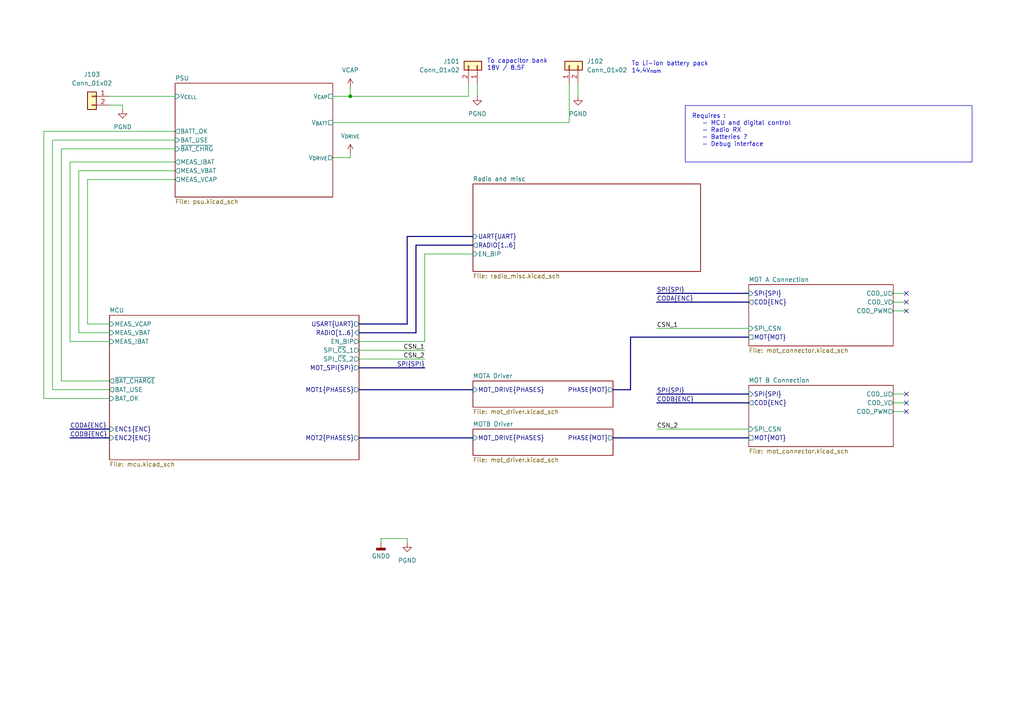
<source format=kicad_sch>
(kicad_sch (version 20240417) (generator "eeschema") (generator_version "8.99")
  (paper "A4")
  (title_block (date "2023-04-05") (rev "0.1") (company "Julien FAUCHER") (comment 1 "Defis solaires 2024"))
  (lib_symbols
    (symbol "Connector_Generic:Conn_01x02" (pin_names (offset 1.016) hide)
      (symbol "Conn_01x02_1_1"
        (rectangle (start -1.27 1.27) (end 1.27 -3.81) (stroke (width 0.254)) (fill (type background)))
        (rectangle (start -1.27 0.127) (end 0 -0.127) (stroke (width 0.1524)))
        (rectangle (start -1.27 -2.413) (end 0 -2.667) (stroke (width 0.1524)))
        (pin passive line (at -5.08 0 0) (length 3.81) (name "Pin_1") (number "1"))
        (pin passive line (at -5.08 -2.54 0) (length 3.81) (name "Pin_2") (number "2"))
      )
    )
    (symbol "GND_1" (power) (pin_numbers hide) (pin_names (offset 0) hide)
      (property "Value" "GND" (at 0 -3.81 0))
      (symbol "GND_1_0_1"
        (polyline (pts (xy 0 0) (xy 0 -1.27) (xy 1.27 -1.27) (xy 0 -2.54) (xy -1.27 -1.27) (xy 0 -1.27)))
      )
      (symbol "GND_1_1_1"
        (pin power_in line (at 0 0 270) (length 0) (name "~") (number "1"))
      )
    )
    (symbol "power:+12V" (power) (pin_names (offset 0))
      (symbol "+12V_0_1"
        (polyline (pts (xy -0.762 1.27) (xy 0 2.54)))
        (polyline (pts (xy 0 2.54) (xy 0.762 1.27)))
        (polyline (pts (xy 0 0) (xy 0 2.54)))
      )
      (symbol "+12V_1_1"
        (pin power_in line (at 0 0 90) (length 0) hide (name "+12V") (number "1"))
      )
    )
    (symbol "power:GND" (power) (pin_names (offset 0))
      (symbol "GND_0_1"
        (polyline (pts (xy 0 0) (xy 0 -1.27) (xy 1.27 -1.27) (xy 0 -2.54) (xy -1.27 -1.27) (xy 0 -1.27)))
      )
      (symbol "GND_1_1"
        (pin power_in line (at 0 0 270) (length 0) hide (name "GND") (number "1"))
      )
    )
    (symbol "power:GNDD" (power) (pin_numbers hide) (pin_names (offset 0) hide)
      (property "Value" "GNDD" (at 0 -3.175 0))
      (symbol "GNDD_0_1"
        (rectangle (start -1.27 -1.524) (end 1.27 -2.032) (stroke (width 0.254)) (fill (type outline)))
        (polyline (pts (xy 0 0) (xy 0 -1.524)))
      )
      (symbol "GNDD_1_1"
        (pin power_in line (at 0 0 270) (length 0) (name "~") (number "1"))
      )
    )
    (symbol "power:VCC" (power) (pin_names (offset 0))
      (symbol "VCC_0_1"
        (polyline (pts (xy -0.762 1.27) (xy 0 2.54)))
        (polyline (pts (xy 0 2.54) (xy 0.762 1.27)))
        (polyline (pts (xy 0 0) (xy 0 2.54)))
      )
      (symbol "VCC_1_1"
        (pin power_in line (at 0 0 90) (length 0) hide (name "VCC") (number "1"))
      )
    )
  )
  (rectangle (start 198.755 30.607) (end 281.94 46.99))
  (text "Requires :\n   - MCU and digital control\n   - Radio RX\n   - Batteries ?\n   - Debug interface" (at 200.66 33.02 0) (effects (font (size 1.27 1.27)) (justify left top)))
  (text "To Li-ion battery pack\n14.4V_{nom}" (at 183.134 21.336 0) (effects (font (size 1.27 1.27)) (justify left bottom)))
  (text "To capacitor bank\n18V / 8.5F" (at 141.224 20.574 0) (effects (font (size 1.27 1.27)) (justify left bottom)))
  (junction (at 101.6 27.94))
  (no_connect (at 262.89 114.3))
  (no_connect (at 262.89 90.17))
  (no_connect (at 262.89 85.09))
  (no_connect (at 262.89 116.84))
  (no_connect (at 262.89 87.63))
  (no_connect (at 262.89 119.38))
  (wire (pts (xy 110.49 156.21) (xy 110.49 157.48)))
  (wire (pts (xy 104.14 101.6) (xy 123.19 101.6)))
  (wire (pts (xy 17.78 110.49) (xy 17.78 43.18)))
  (wire (pts (xy 165.1 24.13) (xy 165.1 35.56)))
  (wire (pts (xy 25.4 93.98) (xy 25.4 52.07)))
  (bus (pts (xy 190.5 116.84) (xy 217.17 116.84)))
  (wire (pts (xy 101.6 45.72) (xy 101.6 44.45)))
  (bus (pts (xy 104.14 127) (xy 137.16 127)))
  (bus (pts (xy 120.65 71.12) (xy 137.16 71.12)))
  (wire (pts (xy 118.11 157.48) (xy 118.11 156.21)))
  (wire (pts (xy 259.08 119.38) (xy 262.89 119.38)))
  (bus (pts (xy 20.32 127) (xy 31.75 127)))
  (wire (pts (xy 123.19 73.66) (xy 123.19 99.06)))
  (bus (pts (xy 190.5 85.09) (xy 217.17 85.09)))
  (bus (pts (xy 104.14 106.68) (xy 123.19 106.68)))
  (wire (pts (xy 118.11 156.21) (xy 110.49 156.21)))
  (wire (pts (xy 50.8 38.1) (xy 12.7 38.1)))
  (wire (pts (xy 17.78 43.18) (xy 50.8 43.18)))
  (wire (pts (xy 96.52 27.94) (xy 101.6 27.94)))
  (wire (pts (xy 15.24 40.64) (xy 15.24 113.03)))
  (wire (pts (xy 190.5 124.46) (xy 217.17 124.46)))
  (wire (pts (xy 20.32 46.99) (xy 20.32 99.06)))
  (bus (pts (xy 104.14 96.52) (xy 120.65 96.52)))
  (wire (pts (xy 259.08 90.17) (xy 262.89 90.17)))
  (bus (pts (xy 20.32 124.46) (xy 31.75 124.46)))
  (wire (pts (xy 101.6 25.4) (xy 101.6 27.94)))
  (wire (pts (xy 137.16 73.66) (xy 123.19 73.66)))
  (wire (pts (xy 12.7 115.57) (xy 31.75 115.57)))
  (wire (pts (xy 50.8 46.99) (xy 20.32 46.99)))
  (wire (pts (xy 104.14 104.14) (xy 123.19 104.14)))
  (bus (pts (xy 118.11 68.58) (xy 137.16 68.58)))
  (wire (pts (xy 22.86 49.53) (xy 22.86 96.52)))
  (wire (pts (xy 123.19 99.06) (xy 104.14 99.06)))
  (wire (pts (xy 259.08 85.09) (xy 262.89 85.09)))
  (bus (pts (xy 120.65 96.52) (xy 120.65 71.12)))
  (bus (pts (xy 190.5 114.3) (xy 217.17 114.3)))
  (wire (pts (xy 190.5 95.25) (xy 217.17 95.25)))
  (bus (pts (xy 182.88 97.79) (xy 217.17 97.79)))
  (wire (pts (xy 96.52 45.72) (xy 101.6 45.72)))
  (bus (pts (xy 118.11 93.98) (xy 118.11 68.58)))
  (wire (pts (xy 50.8 40.64) (xy 15.24 40.64)))
  (bus (pts (xy 104.14 113.03) (xy 137.16 113.03)))
  (wire (pts (xy 50.8 49.53) (xy 22.86 49.53)))
  (wire (pts (xy 96.52 35.56) (xy 165.1 35.56)))
  (wire (pts (xy 15.24 113.03) (xy 31.75 113.03)))
  (wire (pts (xy 31.75 93.98) (xy 25.4 93.98)))
  (wire (pts (xy 20.32 99.06) (xy 31.75 99.06)))
  (bus (pts (xy 190.5 87.63) (xy 217.17 87.63)))
  (wire (pts (xy 35.56 30.48) (xy 31.75 30.48)))
  (wire (pts (xy 259.08 116.84) (xy 262.89 116.84)))
  (wire (pts (xy 31.75 27.94) (xy 50.8 27.94)))
  (wire (pts (xy 12.7 38.1) (xy 12.7 115.57)))
  (wire (pts (xy 31.75 110.49) (xy 17.78 110.49)))
  (bus (pts (xy 104.14 93.98) (xy 118.11 93.98)))
  (wire (pts (xy 259.08 114.3) (xy 262.89 114.3)))
  (wire (pts (xy 138.43 24.13) (xy 138.43 27.94)))
  (bus (pts (xy 177.8 113.03) (xy 182.88 113.03)))
  (wire (pts (xy 35.56 31.75) (xy 35.56 30.48)))
  (wire (pts (xy 135.89 27.94) (xy 135.89 24.13)))
  (wire (pts (xy 101.6 27.94) (xy 135.89 27.94)))
  (wire (pts (xy 259.08 87.63) (xy 262.89 87.63)))
  (bus (pts (xy 182.88 113.03) (xy 182.88 97.79)))
  (bus (pts (xy 177.8 127) (xy 217.17 127)))
  (wire (pts (xy 22.86 96.52) (xy 31.75 96.52)))
  (wire (pts (xy 167.64 24.13) (xy 167.64 27.94)))
  (wire (pts (xy 25.4 52.07) (xy 50.8 52.07)))
  (label "CODB{ENC}" (at 190.5 116.84 0))
  (label "SPI{SPI}" (at 190.5 85.09 0))
  (label "CODB{ENC}" (at 20.32 127 0))
  (label "CODA{ENC}" (at 190.5 87.63 0))
  (label "SPI{SPI}" (at 190.5 114.3 0))
  (label "CSN_1" (at 190.5 95.25 0))
  (label "SPI{SPI}" (at 123.19 106.68 180))
  (label "CSN_2" (at 123.19 104.14 180))
  (label "CSN_1" (at 123.19 101.6 180))
  (label "CODA{ENC}" (at 20.32 124.46 0))
  (label "CSN_2" (at 190.5 124.46 0))
  (symbol (lib_id "power:GND") (at 167.64 27.94 0) (unit 1)
    (property "Reference" "#PWR0103" (effects (hide yes)))
    (property "Value" "PGND" (at 167.64 33.02 0))
    (property "Description" "Power symbol creates a global label with name \"GND\" , ground" (effects (hide yes)))
  )
  (symbol (lib_id "power:GND") (at 138.43 27.94 0) (unit 1)
    (property "Reference" "#PWR0102" (effects (hide yes)))
    (property "Value" "PGND" (at 138.43 33.02 0))
    (property "Description" "Power symbol creates a global label with name \"GND\" , ground" (effects (hide yes)))
  )
  (symbol (lib_id "power:VCC") (at 101.6 25.4 0) (unit 1)
    (property "Reference" "#PWR0101" (effects (hide yes)))
    (property "Value" "VCAP" (at 101.6 20.32 0))
    (property "Description" "Power symbol creates a global label with name \"VCC\"" (effects (hide yes)))
  )
  (symbol (lib_name "GND_1") (lib_id "power:GND") (at 118.11 157.48 0) (unit 1)
    (property "Reference" "#PWR0107" (effects (hide yes)))
    (property "Value" "PGND" (at 118.11 162.56 0))
    (property "Description" "Power symbol creates a global label with name \"GND\" , ground" (effects (hide yes)))
  )
  (symbol (lib_id "Connector_Generic:Conn_01x02") (at 26.67 27.94 0) (mirror y) (unit 1)
    (property "Reference" "J103" (at 26.67 21.59 0))
    (property "Value" "Conn_01x02" (at 26.67 24.13 0))
    (property "Footprint" "TerminalBlock_WAGO:TerminalBlock_WAGO_236-402_1x02_P5.00mm_45Degree" (effects (hide yes)))
    (property "Description" "Generic connector, single row, 01x02, script generated (kicad-library-utils/schlib/autogen/connector/)" (effects (hide yes)))
  )
  (symbol (lib_id "Connector_Generic:Conn_01x02") (at 138.43 19.05 270) (mirror x) (unit 1)
    (property "Reference" "J101" (at 133.35 17.7799 90) (effects (justify right)))
    (property "Value" "Conn_01x02" (at 133.35 20.3199 90) (effects (justify right)))
    (property "Footprint" "TerminalBlock_WAGO:TerminalBlock_WAGO_236-402_1x02_P5.00mm_45Degree" (effects (hide yes)))
    (property "Description" "Generic connector, single row, 01x02, script generated (kicad-library-utils/schlib/autogen/connector/)" (effects (hide yes)))
  )
  (symbol (lib_id "power:GNDD") (at 110.49 157.48 0) (unit 1)
    (property "Reference" "#PWR0106" (effects (hide yes)))
    (property "Value" "GNDD" (at 110.49 161.29 0))
    (property "Description" "Power symbol creates a global label with name \"GNDD\" , digital ground" (effects (hide yes)))
  )
  (symbol (lib_id "Connector_Generic:Conn_01x02") (at 165.1 19.05 90) (unit 1)
    (property "Reference" "J102" (at 170.18 17.7799 90) (effects (justify right)))
    (property "Value" "Conn_01x02" (at 170.18 20.3199 90) (effects (justify right)))
    (property "Footprint" "TerminalBlock_WAGO:TerminalBlock_WAGO_236-402_1x02_P5.00mm_45Degree" (effects (hide yes)))
    (property "Description" "Generic connector, single row, 01x02, script generated (kicad-library-utils/schlib/autogen/connector/)" (effects (hide yes)))
  )
  (symbol (lib_id "power:+12V") (at 101.6 44.45 0) (mirror y) (unit 1) (exclude_from_sim yes) (in_bom no) (on_board no)
    (property "Reference" "#PWR0105" (effects (hide yes)))
    (property "Value" "V_{DRIVE}" (at 101.6 39.37 0))
    (property "Description" "Power symbol creates a global label with name \"+12V\"" (effects (hide yes)))
  )
  (symbol (lib_id "power:GND") (at 35.56 31.75 0) (unit 1)
    (property "Reference" "#PWR0104" (effects (hide yes)))
    (property "Value" "PGND" (at 35.56 36.83 0))
    (property "Description" "Power symbol creates a global label with name \"GND\" , ground" (effects (hide yes)))
  )
  (sheet (at 137.16 53.34) (size 66.04 25.4) (stroke (width 0.1524))
    (property "Sheetname" "Radio and misc" (at 137.16 52.6284 0) (effects (justify left bottom)))
    (property "Sheetfile" "radio_misc.kicad_sch" (at 137.16 79.3246 0) (effects (justify left top)))
    (pin "RADIO[1..6]" output (at 137.16 71.12 180))
    (pin "UART{UART}" input (at 137.16 68.58 180))
    (pin "EN_BIP" input (at 137.16 73.66 180))
  )
  (sheet (at 31.75 91.44) (size 72.39 41.91) (stroke (width 0.1524))
    (property "Sheetname" "MCU" (at 31.75 90.7284 0) (effects (justify left bottom)))
    (property "Sheetfile" "mcu.kicad_sch" (at 31.75 133.9346 0) (effects (justify left top)))
    (pin "MOT2{PHASES}" output (at 104.14 127 0))
    (pin "MOT1{PHASES}" output (at 104.14 113.03 0))
    (pin "EN_BIP" output (at 104.14 99.06 0))
    (pin "MOT_SPI{SPI}" output (at 104.14 106.68 0))
    (pin "ENC1{ENC}" input (at 31.75 124.46 180))
    (pin "ENC2{ENC}" input (at 31.75 127 180))
    (pin "SPI_~{CS}_1" output (at 104.14 101.6 0))
    (pin "SPI_~{CS}_2" output (at 104.14 104.14 0))
    (pin "RADIO[1..6]" input (at 104.14 96.52 0))
    (pin "USART{UART}" output (at 104.14 93.98 0))
    (pin "MEAS_VCAP" input (at 31.75 93.98 180))
    (pin "BAT_USE" output (at 31.75 113.03 180))
    (pin "MEAS_VBAT" input (at 31.75 96.52 180))
    (pin "MEAS_IBAT" input (at 31.75 99.06 180))
    (pin "~{BAT_CHARGE}" output (at 31.75 110.49 180))
    (pin "BAT_OK" input (at 31.75 115.57 180))
  )
  (sheet (at 50.8 24.13) (size 45.72 33.02) (stroke (width 0.1524))
    (property "Sheetname" "PSU" (at 50.8 23.4184 0) (effects (justify left bottom)))
    (property "Sheetfile" "psu.kicad_sch" (at 50.8 57.7346 0) (effects (justify left top)))
    (pin "V_{CELL}" input (at 50.8 27.94 180))
    (pin "V_{CAP}" passive (at 96.52 27.94 0))
    (pin "V_{DRIVE}" output (at 96.52 45.72 0))
    (pin "~{BAT_CHRG}" input (at 50.8 43.18 180))
    (pin "BAT_USE" input (at 50.8 40.64 180))
    (pin "V_{BATT}" passive (at 96.52 35.56 0))
    (pin "MEAS_IBAT" output (at 50.8 46.99 180))
    (pin "MEAS_VBAT" output (at 50.8 49.53 180))
    (pin "MEAS_VCAP" output (at 50.8 52.07 180))
    (pin "BATT_OK" output (at 50.8 38.1 180))
  )
  (sheet (at 217.17 111.76) (size 41.91 17.78) (stroke (width 0.1524))
    (property "Sheetname" "MOT B Connection" (at 217.17 111.0484 0) (effects (justify left bottom)))
    (property "Sheetfile" "mot_connector.kicad_sch" (at 217.17 130.1246 0) (effects (justify left top)))
    (pin "MOT{MOT}" passive (at 217.17 127 180))
    (pin "SPI_CSN" input (at 217.17 124.46 180))
    (pin "SPI{SPI}" input (at 217.17 114.3 180))
    (pin "COD{ENC}" output (at 217.17 116.84 180))
    (pin "COD_U" output (at 259.08 114.3 0))
    (pin "COD_PWM" output (at 259.08 119.38 0))
    (pin "COD_V" output (at 259.08 116.84 0))
  )
  (sheet (at 137.16 110.49) (size 40.64 7.62) (stroke (width 0.1524))
    (property "Sheetname" "MOTA Driver" (at 137.16 109.7784 0) (effects (justify left bottom)))
    (property "Sheetfile" "mot_driver.kicad_sch" (at 137.16 118.6946 0) (effects (justify left top)))
    (pin "MOT_DRIVE{PHASES}" input (at 137.16 113.03 180))
    (pin "PHASE{MOT}" output (at 177.8 113.03 0))
  )
  (sheet (at 137.16 124.46) (size 40.64 7.62) (stroke (width 0.1524))
    (property "Sheetname" "MOTB Driver" (at 137.16 123.7484 0) (effects (justify left bottom)))
    (property "Sheetfile" "mot_driver.kicad_sch" (at 137.16 132.6646 0) (effects (justify left top)))
    (pin "PHASE{MOT}" output (at 177.8 127 0))
    (pin "MOT_DRIVE{PHASES}" input (at 137.16 127 180))
  )
  (sheet (at 217.17 82.55) (size 41.91 17.78) (stroke (width 0.1524))
    (property "Sheetname" "MOT A Connection" (at 217.17 81.8384 0) (effects (justify left bottom)))
    (property "Sheetfile" "mot_connector.kicad_sch" (at 217.17 100.9146 0) (effects (justify left top)))
    (pin "MOT{MOT}" passive (at 217.17 97.79 180))
    (pin "SPI_CSN" input (at 217.17 95.25 180))
    (pin "SPI{SPI}" input (at 217.17 85.09 180))
    (pin "COD{ENC}" output (at 217.17 87.63 180))
    (pin "COD_U" output (at 259.08 85.09 0))
    (pin "COD_PWM" output (at 259.08 90.17 0))
    (pin "COD_V" output (at 259.08 87.63 0))
  )
)
</source>
